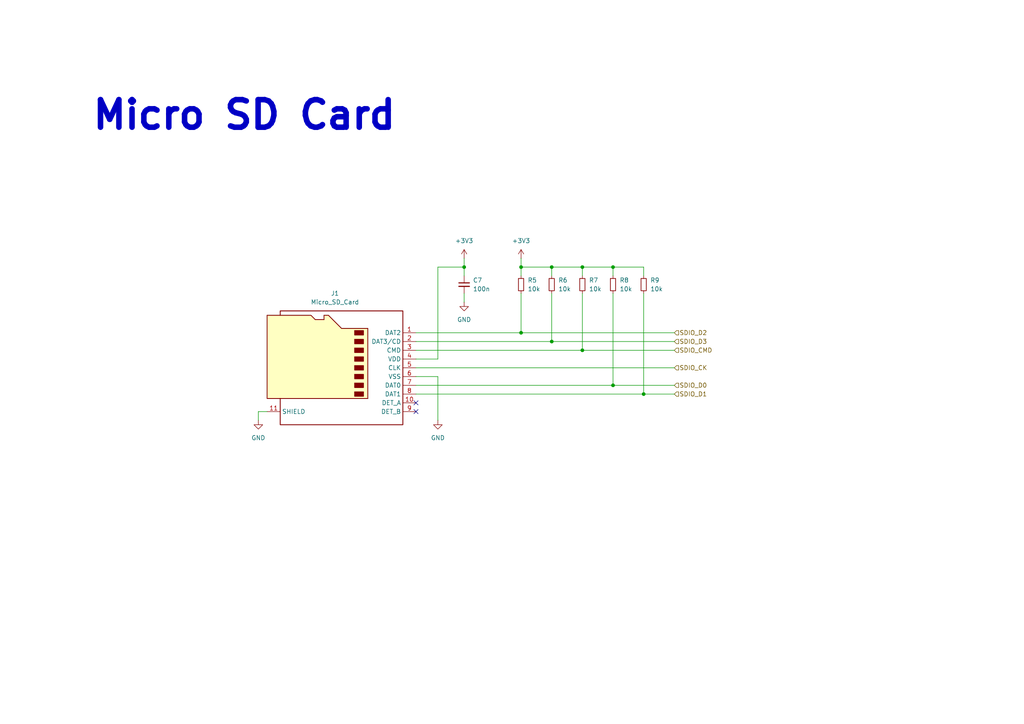
<source format=kicad_sch>
(kicad_sch
	(version 20231120)
	(generator "eeschema")
	(generator_version "8.0")
	(uuid "fcef695b-2a73-4476-ad33-97fb4ca8ee66")
	(paper "A4")
	(lib_symbols
		(symbol "Connector:Micro_SD_Card_Det2"
			(exclude_from_sim no)
			(in_bom yes)
			(on_board yes)
			(property "Reference" "J"
				(at -16.51 17.78 0)
				(effects
					(font
						(size 1.27 1.27)
					)
				)
			)
			(property "Value" "Micro_SD_Card_Det2"
				(at 16.51 17.78 0)
				(effects
					(font
						(size 1.27 1.27)
					)
					(justify right)
				)
			)
			(property "Footprint" ""
				(at 52.07 17.78 0)
				(effects
					(font
						(size 1.27 1.27)
					)
					(hide yes)
				)
			)
			(property "Datasheet" "https://www.hirose.com/en/product/document?clcode=&productname=&series=DM3&documenttype=Catalog&lang=en&documentid=D49662_en"
				(at 2.54 2.54 0)
				(effects
					(font
						(size 1.27 1.27)
					)
					(hide yes)
				)
			)
			(property "Description" "Micro SD Card Socket with two card detection pins"
				(at 0 0 0)
				(effects
					(font
						(size 1.27 1.27)
					)
					(hide yes)
				)
			)
			(property "ki_keywords" "connector SD microsd"
				(at 0 0 0)
				(effects
					(font
						(size 1.27 1.27)
					)
					(hide yes)
				)
			)
			(property "ki_fp_filters" "microSD*"
				(at 0 0 0)
				(effects
					(font
						(size 1.27 1.27)
					)
					(hide yes)
				)
			)
			(symbol "Micro_SD_Card_Det2_0_1"
				(rectangle
					(start -7.62 -6.985)
					(end -5.08 -8.255)
					(stroke
						(width 0.254)
						(type default)
					)
					(fill
						(type outline)
					)
				)
				(rectangle
					(start -7.62 -4.445)
					(end -5.08 -5.715)
					(stroke
						(width 0.254)
						(type default)
					)
					(fill
						(type outline)
					)
				)
				(rectangle
					(start -7.62 -1.905)
					(end -5.08 -3.175)
					(stroke
						(width 0.254)
						(type default)
					)
					(fill
						(type outline)
					)
				)
				(rectangle
					(start -7.62 0.635)
					(end -5.08 -0.635)
					(stroke
						(width 0.254)
						(type default)
					)
					(fill
						(type outline)
					)
				)
				(rectangle
					(start -7.62 3.175)
					(end -5.08 1.905)
					(stroke
						(width 0.254)
						(type default)
					)
					(fill
						(type outline)
					)
				)
				(rectangle
					(start -7.62 5.715)
					(end -5.08 4.445)
					(stroke
						(width 0.254)
						(type default)
					)
					(fill
						(type outline)
					)
				)
				(rectangle
					(start -7.62 8.255)
					(end -5.08 6.985)
					(stroke
						(width 0.254)
						(type default)
					)
					(fill
						(type outline)
					)
				)
				(rectangle
					(start -7.62 10.795)
					(end -5.08 9.525)
					(stroke
						(width 0.254)
						(type default)
					)
					(fill
						(type outline)
					)
				)
				(polyline
					(pts
						(xy 16.51 15.24) (xy 16.51 16.51) (xy -19.05 16.51) (xy -19.05 -16.51) (xy 16.51 -16.51) (xy 16.51 -8.89)
					)
					(stroke
						(width 0.254)
						(type default)
					)
					(fill
						(type none)
					)
				)
				(polyline
					(pts
						(xy -8.89 -8.89) (xy -8.89 11.43) (xy -1.27 11.43) (xy 2.54 15.24) (xy 3.81 15.24) (xy 3.81 13.97)
						(xy 6.35 13.97) (xy 7.62 15.24) (xy 20.32 15.24) (xy 20.32 -8.89) (xy -8.89 -8.89)
					)
					(stroke
						(width 0.254)
						(type default)
					)
					(fill
						(type background)
					)
				)
			)
			(symbol "Micro_SD_Card_Det2_1_1"
				(pin bidirectional line
					(at -22.86 10.16 0)
					(length 3.81)
					(name "DAT2"
						(effects
							(font
								(size 1.27 1.27)
							)
						)
					)
					(number "1"
						(effects
							(font
								(size 1.27 1.27)
							)
						)
					)
				)
				(pin passive line
					(at -22.86 -10.16 0)
					(length 3.81)
					(name "DET_A"
						(effects
							(font
								(size 1.27 1.27)
							)
						)
					)
					(number "10"
						(effects
							(font
								(size 1.27 1.27)
							)
						)
					)
				)
				(pin passive line
					(at 20.32 -12.7 180)
					(length 3.81)
					(name "SHIELD"
						(effects
							(font
								(size 1.27 1.27)
							)
						)
					)
					(number "11"
						(effects
							(font
								(size 1.27 1.27)
							)
						)
					)
				)
				(pin bidirectional line
					(at -22.86 7.62 0)
					(length 3.81)
					(name "DAT3/CD"
						(effects
							(font
								(size 1.27 1.27)
							)
						)
					)
					(number "2"
						(effects
							(font
								(size 1.27 1.27)
							)
						)
					)
				)
				(pin input line
					(at -22.86 5.08 0)
					(length 3.81)
					(name "CMD"
						(effects
							(font
								(size 1.27 1.27)
							)
						)
					)
					(number "3"
						(effects
							(font
								(size 1.27 1.27)
							)
						)
					)
				)
				(pin power_in line
					(at -22.86 2.54 0)
					(length 3.81)
					(name "VDD"
						(effects
							(font
								(size 1.27 1.27)
							)
						)
					)
					(number "4"
						(effects
							(font
								(size 1.27 1.27)
							)
						)
					)
				)
				(pin input line
					(at -22.86 0 0)
					(length 3.81)
					(name "CLK"
						(effects
							(font
								(size 1.27 1.27)
							)
						)
					)
					(number "5"
						(effects
							(font
								(size 1.27 1.27)
							)
						)
					)
				)
				(pin power_in line
					(at -22.86 -2.54 0)
					(length 3.81)
					(name "VSS"
						(effects
							(font
								(size 1.27 1.27)
							)
						)
					)
					(number "6"
						(effects
							(font
								(size 1.27 1.27)
							)
						)
					)
				)
				(pin bidirectional line
					(at -22.86 -5.08 0)
					(length 3.81)
					(name "DAT0"
						(effects
							(font
								(size 1.27 1.27)
							)
						)
					)
					(number "7"
						(effects
							(font
								(size 1.27 1.27)
							)
						)
					)
				)
				(pin bidirectional line
					(at -22.86 -7.62 0)
					(length 3.81)
					(name "DAT1"
						(effects
							(font
								(size 1.27 1.27)
							)
						)
					)
					(number "8"
						(effects
							(font
								(size 1.27 1.27)
							)
						)
					)
				)
				(pin passive line
					(at -22.86 -12.7 0)
					(length 3.81)
					(name "DET_B"
						(effects
							(font
								(size 1.27 1.27)
							)
						)
					)
					(number "9"
						(effects
							(font
								(size 1.27 1.27)
							)
						)
					)
				)
			)
		)
		(symbol "Device:C_Small"
			(pin_numbers hide)
			(pin_names
				(offset 0.254) hide)
			(exclude_from_sim no)
			(in_bom yes)
			(on_board yes)
			(property "Reference" "C"
				(at 0.254 1.778 0)
				(effects
					(font
						(size 1.27 1.27)
					)
					(justify left)
				)
			)
			(property "Value" "C_Small"
				(at 0.254 -2.032 0)
				(effects
					(font
						(size 1.27 1.27)
					)
					(justify left)
				)
			)
			(property "Footprint" ""
				(at 0 0 0)
				(effects
					(font
						(size 1.27 1.27)
					)
					(hide yes)
				)
			)
			(property "Datasheet" "~"
				(at 0 0 0)
				(effects
					(font
						(size 1.27 1.27)
					)
					(hide yes)
				)
			)
			(property "Description" "Unpolarized capacitor, small symbol"
				(at 0 0 0)
				(effects
					(font
						(size 1.27 1.27)
					)
					(hide yes)
				)
			)
			(property "ki_keywords" "capacitor cap"
				(at 0 0 0)
				(effects
					(font
						(size 1.27 1.27)
					)
					(hide yes)
				)
			)
			(property "ki_fp_filters" "C_*"
				(at 0 0 0)
				(effects
					(font
						(size 1.27 1.27)
					)
					(hide yes)
				)
			)
			(symbol "C_Small_0_1"
				(polyline
					(pts
						(xy -1.524 -0.508) (xy 1.524 -0.508)
					)
					(stroke
						(width 0.3302)
						(type default)
					)
					(fill
						(type none)
					)
				)
				(polyline
					(pts
						(xy -1.524 0.508) (xy 1.524 0.508)
					)
					(stroke
						(width 0.3048)
						(type default)
					)
					(fill
						(type none)
					)
				)
			)
			(symbol "C_Small_1_1"
				(pin passive line
					(at 0 2.54 270)
					(length 2.032)
					(name "~"
						(effects
							(font
								(size 1.27 1.27)
							)
						)
					)
					(number "1"
						(effects
							(font
								(size 1.27 1.27)
							)
						)
					)
				)
				(pin passive line
					(at 0 -2.54 90)
					(length 2.032)
					(name "~"
						(effects
							(font
								(size 1.27 1.27)
							)
						)
					)
					(number "2"
						(effects
							(font
								(size 1.27 1.27)
							)
						)
					)
				)
			)
		)
		(symbol "Device:R_Small"
			(pin_numbers hide)
			(pin_names
				(offset 0.254) hide)
			(exclude_from_sim no)
			(in_bom yes)
			(on_board yes)
			(property "Reference" "R"
				(at 0.762 0.508 0)
				(effects
					(font
						(size 1.27 1.27)
					)
					(justify left)
				)
			)
			(property "Value" "R_Small"
				(at 0.762 -1.016 0)
				(effects
					(font
						(size 1.27 1.27)
					)
					(justify left)
				)
			)
			(property "Footprint" ""
				(at 0 0 0)
				(effects
					(font
						(size 1.27 1.27)
					)
					(hide yes)
				)
			)
			(property "Datasheet" "~"
				(at 0 0 0)
				(effects
					(font
						(size 1.27 1.27)
					)
					(hide yes)
				)
			)
			(property "Description" "Resistor, small symbol"
				(at 0 0 0)
				(effects
					(font
						(size 1.27 1.27)
					)
					(hide yes)
				)
			)
			(property "ki_keywords" "R resistor"
				(at 0 0 0)
				(effects
					(font
						(size 1.27 1.27)
					)
					(hide yes)
				)
			)
			(property "ki_fp_filters" "R_*"
				(at 0 0 0)
				(effects
					(font
						(size 1.27 1.27)
					)
					(hide yes)
				)
			)
			(symbol "R_Small_0_1"
				(rectangle
					(start -0.762 1.778)
					(end 0.762 -1.778)
					(stroke
						(width 0.2032)
						(type default)
					)
					(fill
						(type none)
					)
				)
			)
			(symbol "R_Small_1_1"
				(pin passive line
					(at 0 2.54 270)
					(length 0.762)
					(name "~"
						(effects
							(font
								(size 1.27 1.27)
							)
						)
					)
					(number "1"
						(effects
							(font
								(size 1.27 1.27)
							)
						)
					)
				)
				(pin passive line
					(at 0 -2.54 90)
					(length 0.762)
					(name "~"
						(effects
							(font
								(size 1.27 1.27)
							)
						)
					)
					(number "2"
						(effects
							(font
								(size 1.27 1.27)
							)
						)
					)
				)
			)
		)
		(symbol "power:+3V3"
			(power)
			(pin_numbers hide)
			(pin_names
				(offset 0) hide)
			(exclude_from_sim no)
			(in_bom yes)
			(on_board yes)
			(property "Reference" "#PWR"
				(at 0 -3.81 0)
				(effects
					(font
						(size 1.27 1.27)
					)
					(hide yes)
				)
			)
			(property "Value" "+3V3"
				(at 0 3.556 0)
				(effects
					(font
						(size 1.27 1.27)
					)
				)
			)
			(property "Footprint" ""
				(at 0 0 0)
				(effects
					(font
						(size 1.27 1.27)
					)
					(hide yes)
				)
			)
			(property "Datasheet" ""
				(at 0 0 0)
				(effects
					(font
						(size 1.27 1.27)
					)
					(hide yes)
				)
			)
			(property "Description" "Power symbol creates a global label with name \"+3V3\""
				(at 0 0 0)
				(effects
					(font
						(size 1.27 1.27)
					)
					(hide yes)
				)
			)
			(property "ki_keywords" "global power"
				(at 0 0 0)
				(effects
					(font
						(size 1.27 1.27)
					)
					(hide yes)
				)
			)
			(symbol "+3V3_0_1"
				(polyline
					(pts
						(xy -0.762 1.27) (xy 0 2.54)
					)
					(stroke
						(width 0)
						(type default)
					)
					(fill
						(type none)
					)
				)
				(polyline
					(pts
						(xy 0 0) (xy 0 2.54)
					)
					(stroke
						(width 0)
						(type default)
					)
					(fill
						(type none)
					)
				)
				(polyline
					(pts
						(xy 0 2.54) (xy 0.762 1.27)
					)
					(stroke
						(width 0)
						(type default)
					)
					(fill
						(type none)
					)
				)
			)
			(symbol "+3V3_1_1"
				(pin power_in line
					(at 0 0 90)
					(length 0)
					(name "~"
						(effects
							(font
								(size 1.27 1.27)
							)
						)
					)
					(number "1"
						(effects
							(font
								(size 1.27 1.27)
							)
						)
					)
				)
			)
		)
		(symbol "power:GND"
			(power)
			(pin_numbers hide)
			(pin_names
				(offset 0) hide)
			(exclude_from_sim no)
			(in_bom yes)
			(on_board yes)
			(property "Reference" "#PWR"
				(at 0 -6.35 0)
				(effects
					(font
						(size 1.27 1.27)
					)
					(hide yes)
				)
			)
			(property "Value" "GND"
				(at 0 -3.81 0)
				(effects
					(font
						(size 1.27 1.27)
					)
				)
			)
			(property "Footprint" ""
				(at 0 0 0)
				(effects
					(font
						(size 1.27 1.27)
					)
					(hide yes)
				)
			)
			(property "Datasheet" ""
				(at 0 0 0)
				(effects
					(font
						(size 1.27 1.27)
					)
					(hide yes)
				)
			)
			(property "Description" "Power symbol creates a global label with name \"GND\" , ground"
				(at 0 0 0)
				(effects
					(font
						(size 1.27 1.27)
					)
					(hide yes)
				)
			)
			(property "ki_keywords" "global power"
				(at 0 0 0)
				(effects
					(font
						(size 1.27 1.27)
					)
					(hide yes)
				)
			)
			(symbol "GND_0_1"
				(polyline
					(pts
						(xy 0 0) (xy 0 -1.27) (xy 1.27 -1.27) (xy 0 -2.54) (xy -1.27 -1.27) (xy 0 -1.27)
					)
					(stroke
						(width 0)
						(type default)
					)
					(fill
						(type none)
					)
				)
			)
			(symbol "GND_1_1"
				(pin power_in line
					(at 0 0 270)
					(length 0)
					(name "~"
						(effects
							(font
								(size 1.27 1.27)
							)
						)
					)
					(number "1"
						(effects
							(font
								(size 1.27 1.27)
							)
						)
					)
				)
			)
		)
	)
	(junction
		(at 177.8 77.47)
		(diameter 0)
		(color 0 0 0 0)
		(uuid "10209196-ed8d-488e-8c50-5126c1c7677b")
	)
	(junction
		(at 168.91 77.47)
		(diameter 0)
		(color 0 0 0 0)
		(uuid "127191b0-5651-41c8-a140-fcaaf76924b7")
	)
	(junction
		(at 160.02 99.06)
		(diameter 0)
		(color 0 0 0 0)
		(uuid "3368f885-c1d8-44a0-895a-2c44cd710f46")
	)
	(junction
		(at 151.13 96.52)
		(diameter 0)
		(color 0 0 0 0)
		(uuid "4d5e44c3-a094-4afd-8682-0a987cbbf8ee")
	)
	(junction
		(at 134.62 77.47)
		(diameter 0)
		(color 0 0 0 0)
		(uuid "a77de620-58c0-4dbe-989f-77551bc82c0f")
	)
	(junction
		(at 186.69 114.3)
		(diameter 0)
		(color 0 0 0 0)
		(uuid "aaf8f3a4-638c-41f8-8460-4cf5bd23d0ff")
	)
	(junction
		(at 151.13 77.47)
		(diameter 0)
		(color 0 0 0 0)
		(uuid "ae2126c4-b5c4-467b-98e9-9f09214ecc9c")
	)
	(junction
		(at 160.02 77.47)
		(diameter 0)
		(color 0 0 0 0)
		(uuid "c385ad7f-7717-414e-a617-31d9335717da")
	)
	(junction
		(at 168.91 101.6)
		(diameter 0)
		(color 0 0 0 0)
		(uuid "df07bfcf-d9ab-4b0c-986c-b33b9000d1c6")
	)
	(junction
		(at 177.8 111.76)
		(diameter 0)
		(color 0 0 0 0)
		(uuid "f9d56e76-f186-4db9-8a7c-c867d764ddaa")
	)
	(no_connect
		(at 120.65 116.84)
		(uuid "83768bdf-06ee-4cfc-91ef-39a827d03fde")
	)
	(no_connect
		(at 120.65 119.38)
		(uuid "91b0bed0-2831-4367-8d10-44ab8c5abaef")
	)
	(wire
		(pts
			(xy 168.91 101.6) (xy 195.58 101.6)
		)
		(stroke
			(width 0)
			(type default)
		)
		(uuid "045367ac-ca65-40c2-8807-238609e57d33")
	)
	(wire
		(pts
			(xy 160.02 99.06) (xy 195.58 99.06)
		)
		(stroke
			(width 0)
			(type default)
		)
		(uuid "0ad257e1-bb14-4ca0-b3c3-26673e637ba7")
	)
	(wire
		(pts
			(xy 127 77.47) (xy 127 104.14)
		)
		(stroke
			(width 0)
			(type default)
		)
		(uuid "288a924d-777a-43d8-8280-b8bac319eb1b")
	)
	(wire
		(pts
			(xy 120.65 114.3) (xy 186.69 114.3)
		)
		(stroke
			(width 0)
			(type default)
		)
		(uuid "29434486-de0e-46ab-a143-e390eab1a431")
	)
	(wire
		(pts
			(xy 120.65 96.52) (xy 151.13 96.52)
		)
		(stroke
			(width 0)
			(type default)
		)
		(uuid "2f00a77e-2451-4290-a21b-87e504e96874")
	)
	(wire
		(pts
			(xy 151.13 85.09) (xy 151.13 96.52)
		)
		(stroke
			(width 0)
			(type default)
		)
		(uuid "2f884897-9de9-4390-8e7e-4f72672dc4e2")
	)
	(wire
		(pts
			(xy 127 121.92) (xy 127 109.22)
		)
		(stroke
			(width 0)
			(type default)
		)
		(uuid "3315ce25-8f41-4426-931b-9ec12abe39f7")
	)
	(wire
		(pts
			(xy 151.13 77.47) (xy 160.02 77.47)
		)
		(stroke
			(width 0)
			(type default)
		)
		(uuid "392d2153-d127-4dff-815c-41bef9fd2d2f")
	)
	(wire
		(pts
			(xy 120.65 106.68) (xy 195.58 106.68)
		)
		(stroke
			(width 0)
			(type default)
		)
		(uuid "3abb1941-3ec6-4990-a106-92603f19ce6e")
	)
	(wire
		(pts
			(xy 168.91 77.47) (xy 168.91 80.01)
		)
		(stroke
			(width 0)
			(type default)
		)
		(uuid "3f526a5b-adec-4252-b9a1-a3e13dbded68")
	)
	(wire
		(pts
			(xy 134.62 80.01) (xy 134.62 77.47)
		)
		(stroke
			(width 0)
			(type default)
		)
		(uuid "40ca1bc3-0272-4b1a-906e-1fd276d58f8d")
	)
	(wire
		(pts
			(xy 177.8 111.76) (xy 195.58 111.76)
		)
		(stroke
			(width 0)
			(type default)
		)
		(uuid "455d7955-376a-4569-84d3-c65084176ce2")
	)
	(wire
		(pts
			(xy 186.69 114.3) (xy 195.58 114.3)
		)
		(stroke
			(width 0)
			(type default)
		)
		(uuid "478fa87c-a690-481d-aadd-1b04edff2420")
	)
	(wire
		(pts
			(xy 160.02 77.47) (xy 160.02 80.01)
		)
		(stroke
			(width 0)
			(type default)
		)
		(uuid "5e04c2b0-d8ae-4eec-9788-b3812ce2b5bb")
	)
	(wire
		(pts
			(xy 120.65 101.6) (xy 168.91 101.6)
		)
		(stroke
			(width 0)
			(type default)
		)
		(uuid "68fcb0d1-feb6-4cf3-807e-1aeda9a91203")
	)
	(wire
		(pts
			(xy 160.02 77.47) (xy 168.91 77.47)
		)
		(stroke
			(width 0)
			(type default)
		)
		(uuid "71d4d6d4-b7c1-41ab-a595-dd7eaae064d9")
	)
	(wire
		(pts
			(xy 160.02 85.09) (xy 160.02 99.06)
		)
		(stroke
			(width 0)
			(type default)
		)
		(uuid "7e40659f-41bc-4a45-a985-1fed2dc7ef86")
	)
	(wire
		(pts
			(xy 168.91 85.09) (xy 168.91 101.6)
		)
		(stroke
			(width 0)
			(type default)
		)
		(uuid "823637ed-f48f-4c37-9abc-d0d9f26c3ef9")
	)
	(wire
		(pts
			(xy 127 77.47) (xy 134.62 77.47)
		)
		(stroke
			(width 0)
			(type default)
		)
		(uuid "8f1880fd-5259-40b2-af4e-ca2d75ab5ab5")
	)
	(wire
		(pts
			(xy 168.91 77.47) (xy 177.8 77.47)
		)
		(stroke
			(width 0)
			(type default)
		)
		(uuid "91d11d03-e6f0-4bde-9d16-d825cb922239")
	)
	(wire
		(pts
			(xy 120.65 99.06) (xy 160.02 99.06)
		)
		(stroke
			(width 0)
			(type default)
		)
		(uuid "93d71b4c-85bb-4bdd-b7f3-39ab3f73053e")
	)
	(wire
		(pts
			(xy 74.93 121.92) (xy 74.93 119.38)
		)
		(stroke
			(width 0)
			(type default)
		)
		(uuid "9a79d939-4b01-45c4-a718-dce1739c31fd")
	)
	(wire
		(pts
			(xy 74.93 119.38) (xy 77.47 119.38)
		)
		(stroke
			(width 0)
			(type default)
		)
		(uuid "9a9f5370-5ee3-491a-9b15-c6e261000acc")
	)
	(wire
		(pts
			(xy 177.8 85.09) (xy 177.8 111.76)
		)
		(stroke
			(width 0)
			(type default)
		)
		(uuid "9d62a76e-2312-48fc-92c1-cd7f10bca1f6")
	)
	(wire
		(pts
			(xy 186.69 85.09) (xy 186.69 114.3)
		)
		(stroke
			(width 0)
			(type default)
		)
		(uuid "9ebca011-3ed6-438e-9f37-d0e610681e34")
	)
	(wire
		(pts
			(xy 120.65 104.14) (xy 127 104.14)
		)
		(stroke
			(width 0)
			(type default)
		)
		(uuid "a7a6bcf9-48b2-4255-af01-192cb802ef26")
	)
	(wire
		(pts
			(xy 120.65 111.76) (xy 177.8 111.76)
		)
		(stroke
			(width 0)
			(type default)
		)
		(uuid "a87f2545-4023-4b03-bc87-15e161dabdd2")
	)
	(wire
		(pts
			(xy 120.65 109.22) (xy 127 109.22)
		)
		(stroke
			(width 0)
			(type default)
		)
		(uuid "ac773816-9459-4d90-abba-072d1fb58b76")
	)
	(wire
		(pts
			(xy 177.8 77.47) (xy 186.69 77.47)
		)
		(stroke
			(width 0)
			(type default)
		)
		(uuid "ad97b9fa-1f22-4fc2-b62a-4f2f952d7113")
	)
	(wire
		(pts
			(xy 134.62 87.63) (xy 134.62 85.09)
		)
		(stroke
			(width 0)
			(type default)
		)
		(uuid "c237d877-a538-4763-963c-7c9a79cf262c")
	)
	(wire
		(pts
			(xy 134.62 74.93) (xy 134.62 77.47)
		)
		(stroke
			(width 0)
			(type default)
		)
		(uuid "d328d54d-0412-4269-9527-117355b1df39")
	)
	(wire
		(pts
			(xy 151.13 80.01) (xy 151.13 77.47)
		)
		(stroke
			(width 0)
			(type default)
		)
		(uuid "d5cdab07-ec20-4ddb-af5f-61c61f12d182")
	)
	(wire
		(pts
			(xy 151.13 74.93) (xy 151.13 77.47)
		)
		(stroke
			(width 0)
			(type default)
		)
		(uuid "d8225419-767a-43a1-b0b2-acb92b7e2d50")
	)
	(wire
		(pts
			(xy 186.69 77.47) (xy 186.69 80.01)
		)
		(stroke
			(width 0)
			(type default)
		)
		(uuid "de7f7f04-2e75-4981-b85c-52f2bb46aa23")
	)
	(wire
		(pts
			(xy 177.8 77.47) (xy 177.8 80.01)
		)
		(stroke
			(width 0)
			(type default)
		)
		(uuid "e156b8d3-7ef1-4506-8e76-c5006c949af4")
	)
	(wire
		(pts
			(xy 151.13 96.52) (xy 195.58 96.52)
		)
		(stroke
			(width 0)
			(type default)
		)
		(uuid "fe3554fe-b868-4677-bd13-cc95309cc4d3")
	)
	(text "Micro SD Card"
		(exclude_from_sim no)
		(at 70.866 33.528 0)
		(effects
			(font
				(size 8 8)
				(thickness 1.6)
				(bold yes)
			)
		)
		(uuid "a79d31d8-1693-4244-9f8f-6f6bab1b62c8")
	)
	(hierarchical_label "SDIO_CK"
		(shape input)
		(at 195.58 106.68 0)
		(fields_autoplaced yes)
		(effects
			(font
				(size 1.27 1.27)
			)
			(justify left)
		)
		(uuid "0cee5459-3624-4284-8b95-25ea8ea1c70f")
	)
	(hierarchical_label "SDIO_CMD"
		(shape input)
		(at 195.58 101.6 0)
		(fields_autoplaced yes)
		(effects
			(font
				(size 1.27 1.27)
			)
			(justify left)
		)
		(uuid "4995b7ec-62ac-4a18-ae5d-1468c7f16759")
	)
	(hierarchical_label "SDIO_D2"
		(shape input)
		(at 195.58 96.52 0)
		(fields_autoplaced yes)
		(effects
			(font
				(size 1.27 1.27)
			)
			(justify left)
		)
		(uuid "59626cd5-56cb-4c4e-88c4-5f30e914a25f")
	)
	(hierarchical_label "SDIO_D3"
		(shape input)
		(at 195.58 99.06 0)
		(fields_autoplaced yes)
		(effects
			(font
				(size 1.27 1.27)
			)
			(justify left)
		)
		(uuid "6242e2a5-4e5d-40b4-9650-369c1ed77480")
	)
	(hierarchical_label "SDIO_D1"
		(shape input)
		(at 195.58 114.3 0)
		(fields_autoplaced yes)
		(effects
			(font
				(size 1.27 1.27)
			)
			(justify left)
		)
		(uuid "ac2b332f-7d19-4db1-879d-ec149087239f")
	)
	(hierarchical_label "SDIO_D0"
		(shape input)
		(at 195.58 111.76 0)
		(fields_autoplaced yes)
		(effects
			(font
				(size 1.27 1.27)
			)
			(justify left)
		)
		(uuid "b11ff7ac-3123-408b-8ccc-d12238353a9a")
	)
	(symbol
		(lib_id "power:GND")
		(at 134.62 87.63 0)
		(unit 1)
		(exclude_from_sim no)
		(in_bom yes)
		(on_board yes)
		(dnp no)
		(fields_autoplaced yes)
		(uuid "0e4e4dc4-e6cd-49f0-9eb8-030c33b9eda6")
		(property "Reference" "#PWR015"
			(at 134.62 93.98 0)
			(effects
				(font
					(size 1.27 1.27)
				)
				(hide yes)
			)
		)
		(property "Value" "GND"
			(at 134.62 92.71 0)
			(effects
				(font
					(size 1.27 1.27)
				)
			)
		)
		(property "Footprint" ""
			(at 134.62 87.63 0)
			(effects
				(font
					(size 1.27 1.27)
				)
				(hide yes)
			)
		)
		(property "Datasheet" ""
			(at 134.62 87.63 0)
			(effects
				(font
					(size 1.27 1.27)
				)
				(hide yes)
			)
		)
		(property "Description" "Power symbol creates a global label with name \"GND\" , ground"
			(at 134.62 87.63 0)
			(effects
				(font
					(size 1.27 1.27)
				)
				(hide yes)
			)
		)
		(pin "1"
			(uuid "a10cc066-fd5d-4bab-8702-e0c38d6f6089")
		)
		(instances
			(project "MainBoard"
				(path "/b45d5e52-dc5f-48cf-9721-eea6ab85931d/dc058a14-1ed3-4321-8d4d-3ecfb9226e8a"
					(reference "#PWR015")
					(unit 1)
				)
			)
		)
	)
	(symbol
		(lib_id "Device:C_Small")
		(at 134.62 82.55 0)
		(unit 1)
		(exclude_from_sim no)
		(in_bom yes)
		(on_board yes)
		(dnp no)
		(fields_autoplaced yes)
		(uuid "22ca7443-09dd-4836-9680-f690182a2660")
		(property "Reference" "C7"
			(at 137.16 81.2862 0)
			(effects
				(font
					(size 1.27 1.27)
				)
				(justify left)
			)
		)
		(property "Value" "100n"
			(at 137.16 83.8262 0)
			(effects
				(font
					(size 1.27 1.27)
				)
				(justify left)
			)
		)
		(property "Footprint" "Capacitor_SMD:C_0402_1005Metric_Pad0.74x0.62mm_HandSolder"
			(at 134.62 82.55 0)
			(effects
				(font
					(size 1.27 1.27)
				)
				(hide yes)
			)
		)
		(property "Datasheet" "~"
			(at 134.62 82.55 0)
			(effects
				(font
					(size 1.27 1.27)
				)
				(hide yes)
			)
		)
		(property "Description" "Unpolarized capacitor, small symbol"
			(at 134.62 82.55 0)
			(effects
				(font
					(size 1.27 1.27)
				)
				(hide yes)
			)
		)
		(property "LCSC Part #" "N/A (C1525)"
			(at 134.62 82.55 0)
			(effects
				(font
					(size 1.27 1.27)
				)
				(hide yes)
			)
		)
		(pin "1"
			(uuid "02908594-044b-479a-a242-d9b6e4dc6543")
		)
		(pin "2"
			(uuid "867a7596-2cf1-452e-80cd-a0ae83a64ec1")
		)
		(instances
			(project "MainBoard"
				(path "/b45d5e52-dc5f-48cf-9721-eea6ab85931d/dc058a14-1ed3-4321-8d4d-3ecfb9226e8a"
					(reference "C7")
					(unit 1)
				)
			)
		)
	)
	(symbol
		(lib_id "power:GND")
		(at 74.93 121.92 0)
		(mirror y)
		(unit 1)
		(exclude_from_sim no)
		(in_bom yes)
		(on_board yes)
		(dnp no)
		(fields_autoplaced yes)
		(uuid "2c4da766-0b76-4bd3-9190-61baf8401725")
		(property "Reference" "#PWR037"
			(at 74.93 128.27 0)
			(effects
				(font
					(size 1.27 1.27)
				)
				(hide yes)
			)
		)
		(property "Value" "GND"
			(at 74.93 127 0)
			(effects
				(font
					(size 1.27 1.27)
				)
			)
		)
		(property "Footprint" ""
			(at 74.93 121.92 0)
			(effects
				(font
					(size 1.27 1.27)
				)
				(hide yes)
			)
		)
		(property "Datasheet" ""
			(at 74.93 121.92 0)
			(effects
				(font
					(size 1.27 1.27)
				)
				(hide yes)
			)
		)
		(property "Description" "Power symbol creates a global label with name \"GND\" , ground"
			(at 74.93 121.92 0)
			(effects
				(font
					(size 1.27 1.27)
				)
				(hide yes)
			)
		)
		(pin "1"
			(uuid "693f437c-cc88-483a-99b6-da372fe30624")
		)
		(instances
			(project "MainBoard"
				(path "/b45d5e52-dc5f-48cf-9721-eea6ab85931d/dc058a14-1ed3-4321-8d4d-3ecfb9226e8a"
					(reference "#PWR037")
					(unit 1)
				)
			)
		)
	)
	(symbol
		(lib_id "Device:R_Small")
		(at 151.13 82.55 0)
		(unit 1)
		(exclude_from_sim no)
		(in_bom yes)
		(on_board yes)
		(dnp no)
		(fields_autoplaced yes)
		(uuid "38b4ba97-0104-4ea5-b247-08632c3b4cb6")
		(property "Reference" "R5"
			(at 153.035 81.28 0)
			(effects
				(font
					(size 1.27 1.27)
				)
				(justify left)
			)
		)
		(property "Value" "10k"
			(at 153.035 83.82 0)
			(effects
				(font
					(size 1.27 1.27)
				)
				(justify left)
			)
		)
		(property "Footprint" "Resistor_SMD:R_0402_1005Metric_Pad0.72x0.64mm_HandSolder"
			(at 151.13 82.55 0)
			(effects
				(font
					(size 1.27 1.27)
				)
				(hide yes)
			)
		)
		(property "Datasheet" "~"
			(at 151.13 82.55 0)
			(effects
				(font
					(size 1.27 1.27)
				)
				(hide yes)
			)
		)
		(property "Description" ""
			(at 151.13 82.55 0)
			(effects
				(font
					(size 1.27 1.27)
				)
				(hide yes)
			)
		)
		(property "LCSC Part #" "N/A (C25744)"
			(at 151.13 82.55 0)
			(effects
				(font
					(size 1.27 1.27)
				)
				(hide yes)
			)
		)
		(pin "1"
			(uuid "eddeac08-5b9c-4fe6-b7bb-114ad04ed391")
		)
		(pin "2"
			(uuid "5f965ecf-09c8-41e6-96b7-3f3d834b18dc")
		)
		(instances
			(project "MainBoard"
				(path "/b45d5e52-dc5f-48cf-9721-eea6ab85931d/dc058a14-1ed3-4321-8d4d-3ecfb9226e8a"
					(reference "R5")
					(unit 1)
				)
			)
		)
	)
	(symbol
		(lib_id "power:GND")
		(at 127 121.92 0)
		(mirror y)
		(unit 1)
		(exclude_from_sim no)
		(in_bom yes)
		(on_board yes)
		(dnp no)
		(fields_autoplaced yes)
		(uuid "44b3c010-3bab-4913-82d4-10d0bfa83f1b")
		(property "Reference" "#PWR02"
			(at 127 128.27 0)
			(effects
				(font
					(size 1.27 1.27)
				)
				(hide yes)
			)
		)
		(property "Value" "GND"
			(at 127 127 0)
			(effects
				(font
					(size 1.27 1.27)
				)
			)
		)
		(property "Footprint" ""
			(at 127 121.92 0)
			(effects
				(font
					(size 1.27 1.27)
				)
				(hide yes)
			)
		)
		(property "Datasheet" ""
			(at 127 121.92 0)
			(effects
				(font
					(size 1.27 1.27)
				)
				(hide yes)
			)
		)
		(property "Description" "Power symbol creates a global label with name \"GND\" , ground"
			(at 127 121.92 0)
			(effects
				(font
					(size 1.27 1.27)
				)
				(hide yes)
			)
		)
		(pin "1"
			(uuid "c2acdebb-4d25-401a-832c-e6ade7ad51e5")
		)
		(instances
			(project "MainBoard"
				(path "/b45d5e52-dc5f-48cf-9721-eea6ab85931d/dc058a14-1ed3-4321-8d4d-3ecfb9226e8a"
					(reference "#PWR02")
					(unit 1)
				)
			)
		)
	)
	(symbol
		(lib_id "power:+3V3")
		(at 151.13 74.93 0)
		(unit 1)
		(exclude_from_sim no)
		(in_bom yes)
		(on_board yes)
		(dnp no)
		(fields_autoplaced yes)
		(uuid "4f979ed9-57b3-41ab-8735-281fa637417e")
		(property "Reference" "#PWR022"
			(at 151.13 78.74 0)
			(effects
				(font
					(size 1.27 1.27)
				)
				(hide yes)
			)
		)
		(property "Value" "+3V3"
			(at 151.13 69.85 0)
			(effects
				(font
					(size 1.27 1.27)
				)
			)
		)
		(property "Footprint" ""
			(at 151.13 74.93 0)
			(effects
				(font
					(size 1.27 1.27)
				)
				(hide yes)
			)
		)
		(property "Datasheet" ""
			(at 151.13 74.93 0)
			(effects
				(font
					(size 1.27 1.27)
				)
				(hide yes)
			)
		)
		(property "Description" "Power symbol creates a global label with name \"+3V3\""
			(at 151.13 74.93 0)
			(effects
				(font
					(size 1.27 1.27)
				)
				(hide yes)
			)
		)
		(pin "1"
			(uuid "65c83e9f-7495-4f9a-8dd2-8a4df3335f75")
		)
		(instances
			(project "MainBoard"
				(path "/b45d5e52-dc5f-48cf-9721-eea6ab85931d/dc058a14-1ed3-4321-8d4d-3ecfb9226e8a"
					(reference "#PWR022")
					(unit 1)
				)
			)
		)
	)
	(symbol
		(lib_id "power:+3V3")
		(at 134.62 74.93 0)
		(unit 1)
		(exclude_from_sim no)
		(in_bom yes)
		(on_board yes)
		(dnp no)
		(fields_autoplaced yes)
		(uuid "75e7cb8c-0f7e-4500-88d4-b70ace2a1275")
		(property "Reference" "#PWR014"
			(at 134.62 78.74 0)
			(effects
				(font
					(size 1.27 1.27)
				)
				(hide yes)
			)
		)
		(property "Value" "+3V3"
			(at 134.62 69.85 0)
			(effects
				(font
					(size 1.27 1.27)
				)
			)
		)
		(property "Footprint" ""
			(at 134.62 74.93 0)
			(effects
				(font
					(size 1.27 1.27)
				)
				(hide yes)
			)
		)
		(property "Datasheet" ""
			(at 134.62 74.93 0)
			(effects
				(font
					(size 1.27 1.27)
				)
				(hide yes)
			)
		)
		(property "Description" "Power symbol creates a global label with name \"+3V3\""
			(at 134.62 74.93 0)
			(effects
				(font
					(size 1.27 1.27)
				)
				(hide yes)
			)
		)
		(pin "1"
			(uuid "7dcff277-0723-4ce3-ba2a-61b350c61d36")
		)
		(instances
			(project "MainBoard"
				(path "/b45d5e52-dc5f-48cf-9721-eea6ab85931d/dc058a14-1ed3-4321-8d4d-3ecfb9226e8a"
					(reference "#PWR014")
					(unit 1)
				)
			)
		)
	)
	(symbol
		(lib_id "Device:R_Small")
		(at 168.91 82.55 0)
		(unit 1)
		(exclude_from_sim no)
		(in_bom yes)
		(on_board yes)
		(dnp no)
		(fields_autoplaced yes)
		(uuid "b9cd541e-7b89-4313-9c2a-a31fd864a7f3")
		(property "Reference" "R7"
			(at 170.815 81.28 0)
			(effects
				(font
					(size 1.27 1.27)
				)
				(justify left)
			)
		)
		(property "Value" "10k"
			(at 170.815 83.82 0)
			(effects
				(font
					(size 1.27 1.27)
				)
				(justify left)
			)
		)
		(property "Footprint" "Resistor_SMD:R_0402_1005Metric_Pad0.72x0.64mm_HandSolder"
			(at 168.91 82.55 0)
			(effects
				(font
					(size 1.27 1.27)
				)
				(hide yes)
			)
		)
		(property "Datasheet" "~"
			(at 168.91 82.55 0)
			(effects
				(font
					(size 1.27 1.27)
				)
				(hide yes)
			)
		)
		(property "Description" ""
			(at 168.91 82.55 0)
			(effects
				(font
					(size 1.27 1.27)
				)
				(hide yes)
			)
		)
		(property "LCSC Part #" "N/A (C25744)"
			(at 168.91 82.55 0)
			(effects
				(font
					(size 1.27 1.27)
				)
				(hide yes)
			)
		)
		(pin "1"
			(uuid "a080fa77-fd0d-41aa-8c90-b7028f9679a6")
		)
		(pin "2"
			(uuid "77f3e8d7-67e6-4d17-857c-b63c50e470e0")
		)
		(instances
			(project "MainBoard"
				(path "/b45d5e52-dc5f-48cf-9721-eea6ab85931d/dc058a14-1ed3-4321-8d4d-3ecfb9226e8a"
					(reference "R7")
					(unit 1)
				)
			)
		)
	)
	(symbol
		(lib_id "Device:R_Small")
		(at 186.69 82.55 0)
		(unit 1)
		(exclude_from_sim no)
		(in_bom yes)
		(on_board yes)
		(dnp no)
		(fields_autoplaced yes)
		(uuid "bf845835-9aad-41b3-8629-d026c942a2a7")
		(property "Reference" "R9"
			(at 188.595 81.28 0)
			(effects
				(font
					(size 1.27 1.27)
				)
				(justify left)
			)
		)
		(property "Value" "10k"
			(at 188.595 83.82 0)
			(effects
				(font
					(size 1.27 1.27)
				)
				(justify left)
			)
		)
		(property "Footprint" "Resistor_SMD:R_0402_1005Metric_Pad0.72x0.64mm_HandSolder"
			(at 186.69 82.55 0)
			(effects
				(font
					(size 1.27 1.27)
				)
				(hide yes)
			)
		)
		(property "Datasheet" "~"
			(at 186.69 82.55 0)
			(effects
				(font
					(size 1.27 1.27)
				)
				(hide yes)
			)
		)
		(property "Description" ""
			(at 186.69 82.55 0)
			(effects
				(font
					(size 1.27 1.27)
				)
				(hide yes)
			)
		)
		(property "LCSC Part #" "N/A (C25744)"
			(at 186.69 82.55 0)
			(effects
				(font
					(size 1.27 1.27)
				)
				(hide yes)
			)
		)
		(pin "1"
			(uuid "2d92dd06-6e4f-440f-803c-acf2ac7d9511")
		)
		(pin "2"
			(uuid "5b0ff335-db78-404e-b0f2-f00cd96641a8")
		)
		(instances
			(project "MainBoard"
				(path "/b45d5e52-dc5f-48cf-9721-eea6ab85931d/dc058a14-1ed3-4321-8d4d-3ecfb9226e8a"
					(reference "R9")
					(unit 1)
				)
			)
		)
	)
	(symbol
		(lib_id "Device:R_Small")
		(at 160.02 82.55 0)
		(unit 1)
		(exclude_from_sim no)
		(in_bom yes)
		(on_board yes)
		(dnp no)
		(fields_autoplaced yes)
		(uuid "d4adacf2-b2f4-451a-b583-643d2bc75a52")
		(property "Reference" "R6"
			(at 161.925 81.28 0)
			(effects
				(font
					(size 1.27 1.27)
				)
				(justify left)
			)
		)
		(property "Value" "10k"
			(at 161.925 83.82 0)
			(effects
				(font
					(size 1.27 1.27)
				)
				(justify left)
			)
		)
		(property "Footprint" "Resistor_SMD:R_0402_1005Metric_Pad0.72x0.64mm_HandSolder"
			(at 160.02 82.55 0)
			(effects
				(font
					(size 1.27 1.27)
				)
				(hide yes)
			)
		)
		(property "Datasheet" "~"
			(at 160.02 82.55 0)
			(effects
				(font
					(size 1.27 1.27)
				)
				(hide yes)
			)
		)
		(property "Description" ""
			(at 160.02 82.55 0)
			(effects
				(font
					(size 1.27 1.27)
				)
				(hide yes)
			)
		)
		(property "LCSC Part #" "N/A (C25744)"
			(at 160.02 82.55 0)
			(effects
				(font
					(size 1.27 1.27)
				)
				(hide yes)
			)
		)
		(pin "1"
			(uuid "51ccefc7-8b7a-4ef4-9b58-ee76698a10e0")
		)
		(pin "2"
			(uuid "b802a1a4-8d13-4126-887c-466cfd6bd161")
		)
		(instances
			(project "MainBoard"
				(path "/b45d5e52-dc5f-48cf-9721-eea6ab85931d/dc058a14-1ed3-4321-8d4d-3ecfb9226e8a"
					(reference "R6")
					(unit 1)
				)
			)
		)
	)
	(symbol
		(lib_id "Connector:Micro_SD_Card_Det2")
		(at 97.79 106.68 0)
		(mirror y)
		(unit 1)
		(exclude_from_sim no)
		(in_bom yes)
		(on_board yes)
		(dnp no)
		(fields_autoplaced yes)
		(uuid "e1a4476a-5a9a-47a8-bcf8-49f79bdf18d3")
		(property "Reference" "J1"
			(at 97.155 85.09 0)
			(effects
				(font
					(size 1.27 1.27)
				)
			)
		)
		(property "Value" "Micro_SD_Card"
			(at 97.155 87.63 0)
			(effects
				(font
					(size 1.27 1.27)
				)
			)
		)
		(property "Footprint" "Global_Library:microSD_HC_Molex_104031-0811"
			(at 45.72 88.9 0)
			(effects
				(font
					(size 1.27 1.27)
				)
				(hide yes)
			)
		)
		(property "Datasheet" "https://www.hirose.com/en/product/document?clcode=&productname=&series=DM3&documenttype=Catalog&lang=en&documentid=D49662_en"
			(at 95.25 104.14 0)
			(effects
				(font
					(size 1.27 1.27)
				)
				(hide yes)
			)
		)
		(property "Description" "Micro SD Card Socket with two card detection pins"
			(at 97.79 106.68 0)
			(effects
				(font
					(size 1.27 1.27)
				)
				(hide yes)
			)
		)
		(property "LCSC Part #" "C585350"
			(at 97.79 106.68 0)
			(effects
				(font
					(size 1.27 1.27)
				)
				(hide yes)
			)
		)
		(pin "2"
			(uuid "baadd0e9-c66d-4320-b096-2f0adde4ca9e")
		)
		(pin "4"
			(uuid "70667c04-22bb-488d-8e63-654823cdc427")
		)
		(pin "8"
			(uuid "4f03b952-3216-48b3-938c-939e0838c4a8")
		)
		(pin "6"
			(uuid "86d2a2d6-32d3-4a50-a16e-7891541cc0c7")
		)
		(pin "3"
			(uuid "3bd1b97f-b640-4a75-a3bd-0071250fa1cb")
		)
		(pin "9"
			(uuid "4b20f908-0945-42fc-86a5-fb8d735ec90e")
		)
		(pin "1"
			(uuid "5b282dc0-4fb3-48b4-bd21-1cf9ec0bf81e")
		)
		(pin "5"
			(uuid "7b1c9a4b-4034-471b-861b-027def9c4724")
		)
		(pin "7"
			(uuid "18fc1d02-e0c7-4732-b030-542d12c679cc")
		)
		(pin "11"
			(uuid "69005eca-bcdf-4486-b7bb-cbd4e9504258")
		)
		(pin "10"
			(uuid "2e6a5551-b932-454d-985e-5309f1c2fa0e")
		)
		(instances
			(project "MainBoard"
				(path "/b45d5e52-dc5f-48cf-9721-eea6ab85931d/dc058a14-1ed3-4321-8d4d-3ecfb9226e8a"
					(reference "J1")
					(unit 1)
				)
			)
		)
	)
	(symbol
		(lib_id "Device:R_Small")
		(at 177.8 82.55 0)
		(unit 1)
		(exclude_from_sim no)
		(in_bom yes)
		(on_board yes)
		(dnp no)
		(fields_autoplaced yes)
		(uuid "f08656ed-02b2-4eea-ae9c-49abc9a0ae0d")
		(property "Reference" "R8"
			(at 179.705 81.28 0)
			(effects
				(font
					(size 1.27 1.27)
				)
				(justify left)
			)
		)
		(property "Value" "10k"
			(at 179.705 83.82 0)
			(effects
				(font
					(size 1.27 1.27)
				)
				(justify left)
			)
		)
		(property "Footprint" "Resistor_SMD:R_0402_1005Metric_Pad0.72x0.64mm_HandSolder"
			(at 177.8 82.55 0)
			(effects
				(font
					(size 1.27 1.27)
				)
				(hide yes)
			)
		)
		(property "Datasheet" "~"
			(at 177.8 82.55 0)
			(effects
				(font
					(size 1.27 1.27)
				)
				(hide yes)
			)
		)
		(property "Description" ""
			(at 177.8 82.55 0)
			(effects
				(font
					(size 1.27 1.27)
				)
				(hide yes)
			)
		)
		(property "LCSC Part #" "N/A (C25744)"
			(at 177.8 82.55 0)
			(effects
				(font
					(size 1.27 1.27)
				)
				(hide yes)
			)
		)
		(pin "1"
			(uuid "6431bb82-a616-4943-b0c8-2a97fd81ec95")
		)
		(pin "2"
			(uuid "c13c6540-9921-494f-a472-b8f85aa2f0c7")
		)
		(instances
			(project "MainBoard"
				(path "/b45d5e52-dc5f-48cf-9721-eea6ab85931d/dc058a14-1ed3-4321-8d4d-3ecfb9226e8a"
					(reference "R8")
					(unit 1)
				)
			)
		)
	)
)
</source>
